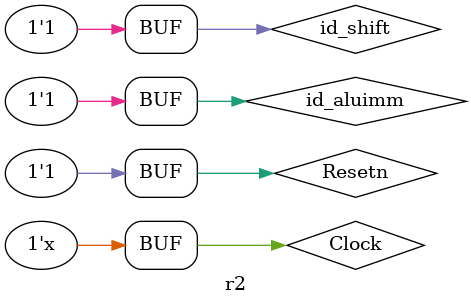
<source format=v>
`timescale 1ns / 1ps


module r2;

	// Inputs
	reg Clock;
	reg Resetn;

	// Outputs
	wire [31:0] PC;
	wire [31:0] if_Inst;
	wire [31:0] exe_Alu_Result;
	wire [1:0] pcsource;
	wire id_aluimm;
	wire id_shift;
	wire exe_aluimm;
	wire exe_shift;

	// Instantiate the Unit Under Test (UUT)
	SCCPU uut (
		.Clock(Clock), 
		.Resetn(Resetn), 
		.PC(PC), 
		.if_Inst(if_Inst), 
		.exe_Alu_Result(exe_Alu_Result), 
		.pcsource(pcsource), 
		.id_aluimm(id_aluimm), 
		.id_shift(id_shift), 
		.exe_aluimm(exe_aluimm), 
		.exe_shift(exe_shift)
	);

	initial begin
		// Initialize Inputs
		Clock = 0;
		Resetn = 0;

		// Wait 100 ns for global reset to finish
		// Wait 100 ns for global reset to finish
		#4;
        Resetn = 1;
		  id_aluimm = 1;
		  id_shift = 1;
		// Add stimulus here

	end
      always #2 Clock = ~Clock;
endmodule


</source>
